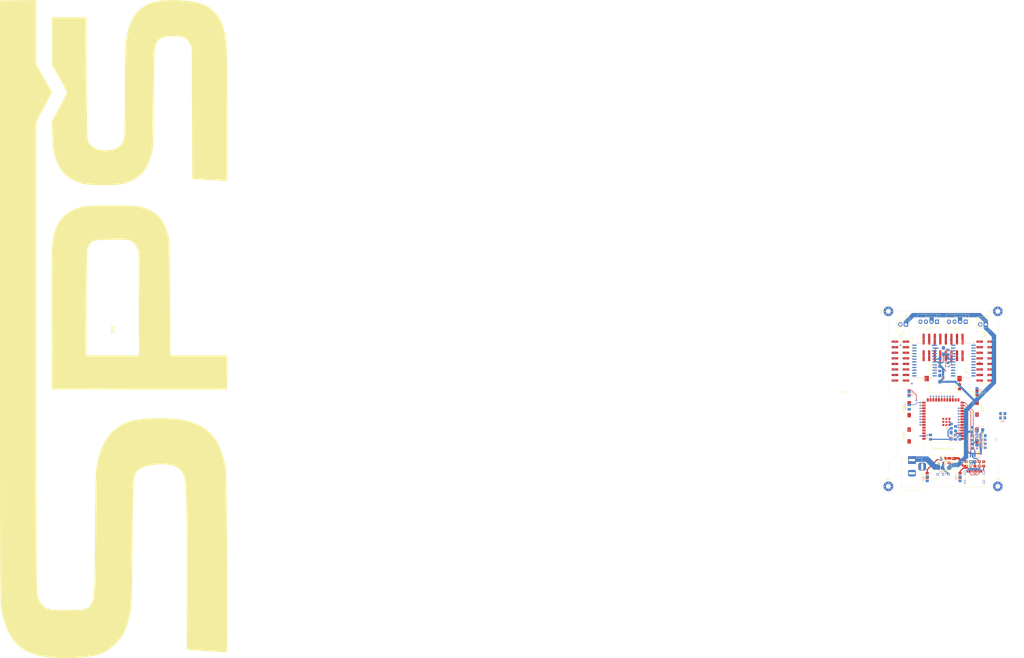
<source format=kicad_pcb>
(kicad_pcb (version 20241229) (generator "pcbnew") (generator_version "9.0")
  (layers (0 "F.Cu" signal "Front.Cu") (4 "In1.Cu" power) (6 "In2.Cu" power) (2 "B.Cu" signal "Back.Cu") (13 "F.Paste" user) (15 "B.Paste" user) (5 "F.SilkS" user "F.Silkscreen") (7 "B.SilkS" user "B.Silkscreen") (1 "F.Mask" user "F.SolderMask") (3 "B.Mask" user "B.SolderMask") (25 "Edge.Cuts" user))
  (net 0 "")
  (net 1 "GND")
  (net 2 "VBUS 5V")
  (net 3 "+5V")
  (net 4 "EN")
  (net 5 "+3V3")
  (net 6 "/CONNECTORS/SHLD")
  (net 7 "BOOT")
  (net 8 "LED_IO_21")
  (net 9 "LED_IO_14")
  (net 10 "FB")
  (net 11 "Net-(IC1-SW)")
  (net 12 "VOUT")
  (net 13 "VBATT")
  (net 14 "D+ IN")
  (net 15 "SDA")
  (net 16 "SCL")
  (net 17 "Net-(D6-A)")
  (net 18 "D- IN")
  (net 19 "D+")
  (net 20 "D-")
  (net 21 "R2")
  (net 22 "CLK")
  (net 23 "R1")
  (net 24 "B2")
  (net 25 "CLK1")
  (net 26 "B1")
  (net 27 "OE1")
  (net 28 "LAT1")
  (net 29 "G2")
  (net 30 "G1")
  (net 31 "unconnected-(U1-IO36-Pad29)")
  (net 32 "unconnected-(U1-IO47-Pad24)")
  (net 33 "unconnected-(U1-IO21-Pad23)")
  (net 34 "unconnected-(U1-IO18-Pad11)")
  (net 35 "unconnected-(U1-IO48-Pad25)")
  (net 36 "BZ_IO02")
  (net 37 "Net-(BZ1-+)")
  (net 38 "Net-(R18-Pad2)")
  (net 39 "Net-(R19-Pad2)")
  (net 40 "Net-(U3-ISET)")
  (net 41 "Net-(U4-ISET)")
  (net 42 "unconnected-(U1-IO14-Pad22)")
  (net 45 "unconnected-(U1-IO12-Pad20)")
  (net 46 "unconnected-(U1-IO11-Pad19)")
  (net 48 "unconnected-(U1-IO9-Pad17)")
  (net 49 "unconnected-(U1-IO10-Pad18)")
  (net 51 "unconnected-(U1-IO42-Pad35)")
  (net 53 "unconnected-(U1-IO13-Pad21)")
  (net 54 "ROW_3_A")
  (net 55 "~{CS0}")
  (net 56 "ROW_6_A")
  (net 57 "ROW_8_A")
  (net 58 "ROW_5_A")
  (net 59 "COL_5_A")
  (net 60 "COL_8_A")
  (net 61 "COL_7_A")
  (net 62 "ROW_2_A")
  (net 63 "COL_3_A")
  (net 64 "COL_1_A")
  (net 65 "ROW_7_A")
  (net 66 "COL_2_A")
  (net 67 "ROW_1_A")
  (net 68 "MOSI")
  (net 69 "ROW_4_A")
  (net 70 "COL_6_A")
  (net 71 "COL_4_A")
  (net 72 "DOUT")
  (net 73 "COL_3_B")
  (net 74 "COL_1_B")
  (net 75 "ROW_7_B")
  (net 76 "COL_5_B")
  (net 78 "ROW_3_B")
  (net 79 "ROW_6_B")
  (net 80 "ROW_8_B")
  (net 81 "COL_6_B")
  (net 82 "ROW_5_B")
  (net 83 "ROW_4_B")
  (net 84 "COL_4_B")
  (net 85 "ROW_1_B")
  (net 86 "ROW_2_B")
  (net 87 "COL_2_B")
  (net 88 "COL_7_B")
  (net 89 "COL_8_B")
  (net 94 "/POWER/FET_SW")
  (net 95 "BUTTON_IO_48")
  (net 96 "BUTTON_IO_47")
  (net 98 "TACHO1")
  (net 99 "PWM1")
  (net 100 "TACHO2")
  (net 101 "PWM2")
  (net 102 "D_A")
  (net 103 "B_A")
  (net 104 "C_A")
  (net 105 "A_A")
  (net 106 "unconnected-(U1-IO8-Pad12)")
  (net 107 "~{CS1}")
  (net 108 "unconnected-(U1-IO39-Pad32)")
  (net 109 "unconnected-(U1-IO38-Pad31)")
  (net 110 "unconnected-(U1-IO37-Pad30)")
  (net 111 "unconnected-(U1-IO40-Pad33)")
  (net 112 "unconnected-(U1-IO41-Pad34)")
  (net 114 "Net-(D4-K)")
  (net 115 "Net-(D3-K)")
  (net 116 "Net-(D2-K)")
  (net 117 "Net-(D1-K)")
  (footprint "Resistor_SMD:R_0805_2012Metric_Pad1.20x1.40mm_HandSolder" (layer "F.Cu") (at 79.8 103 90)
    (property "Reference" "R18")
    (property "Value" "15R")
  )
  (footprint "Capacitor_SMD:C_0805_2012Metric_Pad1.18x1.45mm_HandSolder" (layer "F.Cu") (at 81.792 103 -90)
    (property "Reference" "C11")
    (property "Value" "100nF")
  )
  (footprint "TestPoint:TestPoint_Pad_D1.0mm" (layer "F.Cu") (at 84.25 70.25 90)
    (property "Reference" "TP7")
    (property "Value" "TestPoint")
  )
  (footprint "sumec_brd:SW_SPST_EVQPE1" (layer "F.Cu") (at 49.75 77.978 90)
    (property "Reference" "SW8")
    (property "Value" "SW_Push")
  )
  (footprint "sumec_brd:SW_SPST_EVQPE1" (layer "F.Cu") (at 49.75 90 90)
    (property "Reference" "SW6")
    (property "Value" "SW_Push")
  )
  (footprint "sumec_brd:HRO_TYPE-C-31-M-12" (layer "F.Cu") (at 79.55 111.1625)
    (property "Reference" "J5")
    (property "Value" "USB_TypeC" (hide yes))
  )
  (footprint "sumec_graphic:SPS_LOGO_IMG" (layer "F.Cu") (at -314.144286 41.565518 90)
    (property "Reference" "TP1")
    (property "Value" "TestPoint" (hide yes))
  )
  (footprint "Connector_PinSocket_2.54mm:PinSocket_2x08_P2.54mm_Vertical_SMD" (layer "F.Cu") (at 45.75 56)
    (property "Reference" "J9")
    (property "Value" "Conn_02x08_Odd_Even")
  )
  (footprint "MountingHole:MountingHole_2.2mm_M2_Pad_Via" (layer "F.Cu") (at 90.25 113.25)
    (property "Reference" "H3")
    (property "Value" "Mounting Hole M2" (hide yes))
  )
  (footprint "Diode_SMD:D_1206_3216Metric_Pad1.42x1.75mm_HandSolder" (layer "F.Cu") (at 66.5 104.75 180)
    (property "Reference" "D6")
    (property "Value" "D_Schottky")
  )
  (footprint "Diode_SMD:D_1206_3216Metric_Pad1.42x1.75mm_HandSolder" (layer "F.Cu") (at 70.25 102 90)
    (property "Reference" "D7")
    (property "Value" "D_Schottky")
  )
  (footprint "sumec_brd:Custom_SPDT_2.5_Switch" (layer "F.Cu") (at 65.25 107.75 -90)
    (property "Reference" "SW1")
    (property "Value" "SW_DPDT_x2" (hide yes))
  )
  (footprint "LED_SMD:LED_0805_2012Metric_Pad1.15x1.40mm_HandSolder" (layer "F.Cu") (at 49.75 70.5 90)
    (property "Reference" "D3")
    (property "Value" "LED")
  )
  (footprint "sumec_brd:SW_SPST_EVQPE1" (layer "F.Cu") (at 80.75 77.75 -90)
    (property "Reference" "SW7")
    (property "Value" "SW_Push")
  )
  (footprint "Connector_BarrelJack:BarrelJack_Horizontal" (layer "F.Cu") (at 51 101.25 90)
    (property "Reference" "J1")
    (property "Value" "Barrel_Jack")
  )
  (footprint "Resistor_SMD:R_0805_2012Metric_Pad1.20x1.40mm_HandSolder" (layer "F.Cu") (at 77.9 103 90)
    (property "Reference" "R19")
    (property "Value" "15R")
  )
  (footprint "Connector:FanPinHeader_1x04_P2.54mm_Vertical" (layer "F.Cu") (at 75.58 38 180)
    (property "Reference" "M2")
    (property "Value" "Fan_4pin")
  )
  (footprint "TerminalBlock:TerminalBlock_Xinya_XY308-2.54-2P_1x02_P2.54mm_Horizontal" (layer "F.Cu") (at 48.25 39.25 180)
    (property "Reference" "J4")
    (property "Value" "Screw_Terminal_01x02")
  )
  (footprint "MountingHole:MountingHole_2.2mm_M2_Pad_Via" (layer "F.Cu") (at 40.25 33.25 90)
    (property "Reference" "H2")
    (property "Value" "Mounting Hole M2")
  )
  (footprint "Resistor_SMD:R_0805_2012Metric_Pad1.20x1.40mm_HandSolder" (layer "F.Cu") (at 72.75 67.75 90)
    (property "Reference" "R8")
    (property "Value" "0R")
  )
  (footprint "Package_TO_SOT_SMD:SOT-23-3" (layer "F.Cu") (at 65.25 101.5 -90)
    (property "Reference" "Q1")
    (property "Value" "Q_PMOS")
  )
  (footprint "Connector:FanPinHeader_1x04_P2.54mm_Vertical" (layer "F.Cu") (at 62.5 38 180)
    (property "Reference" "M1")
    (property "Value" "Fan_4pin")
  )
  (footprint "MountingHole:MountingHole_2.2mm_M2_Pad_Via" (layer "F.Cu") (at 90.25 33.25 90)
    (property "Reference" "H1")
    (property "Value" "Mounting Hole M2")
  )
  (footprint "MountingHole:MountingHole_2.2mm_M2_Pad_Via" (layer "F.Cu") (at 40.25 113.25)
    (property "Reference" "H4")
    (property "Value" "Mounting Hole M2")
  )
  (footprint "PCM_Espressif:ESP32-S3-WROOM-1" (layer "F.Cu") (at 65.25 83.25 180)
    (property "Reference" "U1")
    (property "Value" "ESP32-S3-WROOM-1")
  )
  (footprint "LED_SMD:LED_0805_2012Metric_Pad1.15x1.40mm_HandSolder" (layer "F.Cu") (at 80.75 70.5 90)
    (property "Reference" "D4")
    (property "Value" "LED")
  )
  (footprint "Capacitor_SMD:C_0805_2012Metric_Pad1.18x1.45mm_HandSolder" (layer "F.Cu") (at 75.9 103 90)
    (property "Reference" "C12")
    (property "Value" "100nF")
  )
  (footprint "Resistor_SMD:R_0805_2012Metric_Pad1.20x1.40mm_HandSolder" (layer "F.Cu") (at 83.792 103 90)
    (property "Reference" "R17")
    (property "Value" "100k")
  )
  (footprint "Connector_IDC:IDC-Header_2x08_P2.54mm_Vertical_SMD" (layer "F.Cu") (at 65.25 49.75 90)
    (property "Reference" "J3")
    (property "Value" "Conn_02x08_Odd_Even" (hide yes))
  )
  (footprint "sumec_brd:SW_SPST_EVQPE1" (layer "F.Cu") (at 80.75 90 -90)
    (property "Reference" "SW5")
    (property "Value" "SW_Push")
  )
  (footprint "Schrack_brd:BUZZER_CUI_CPT" (layer "F.Cu") (at 65.25 64 -90)
    (property "Reference" "BZ1")
    (property "Value" "Buzzer")
  )
  (footprint "TestPoint:TestPoint_Pad_D1.0mm" (layer "F.Cu") (at 82.5 98.25 90)
    (property "Reference" "TP8")
    (property "Value" "TestPoint")
  )
  (footprint "Connector_PinSocket_2.54mm:PinSocket_2x08_P2.54mm_Vertical_SMD" (layer "F.Cu") (at 84.5 56)
    (property "Reference" "J8")
    (property "Value" "Conn_02x08_Odd_Even")
  )
  (footprint "TerminalBlock:TerminalBlock_Xinya_XY308-2.54-2P_1x02_P2.54mm_Horizontal" (layer "F.Cu") (at 84.79 39.25 180)
    (property "Reference" "J2")
    (property "Value" "Screw_Terminal_01x02")
  )
  (footprint "LED_SMD:LED_0805_2012Metric_Pad1.15x1.40mm_HandSolder" (layer "F.Cu") (at 58 108.25 90)
    (property "Reference" "D2")
    (property "Value" "LED")
  )
  (footprint "Resistor_SMD:R_0805_2012Metric_Pad1.20x1.40mm_HandSolder" (layer "F.Cu") (at 68 101.5 -90)
    (property "Reference" "R13")
    (property "Value" "10k")
  )
  (footprint "LED_SMD:LED_0805_2012Metric_Pad1.15x1.40mm_HandSolder" (layer "F.Cu") (at 73 108.25 90)
    (property "Reference" "D1")
    (property "Value" "LED")
  )
  (footprint "Resistor_SMD:R_0805_2012Metric_Pad1.20x1.40mm_HandSolder" (layer "B.Cu") (at 80.75 69.5 90)
    (property "Reference" "R4")
    (property "Value" "220R")
  )
  (footprint "Resistor_SMD:R_0805_2012Metric_Pad1.20x1.40mm_HandSolder" (layer "B.Cu") (at 63.75 55.75 90)
    (property "Reference" "R22")
    (property "Value" "10k")
  )
  (footprint "Capacitor_SMD:C_0805_2012Metric_Pad1.18x1.45mm_HandSolder" (layer "B.Cu") (at 73 90.75 -90)
    (property "Reference" "C2")
    (property "Value" "100nF")
  )
  (footprint "Package_TO_SOT_SMD:SOT-563" (layer "B.Cu") (at 80.625 90.3 -90)
    (property "Reference" "IC1")
    (property "Value" "TPS565242DRLR")
  )
  (footprint "Package_SO:SOP-24_7.5x15.4mm_P1.27mm" (layer "B.Cu") (at 74.5 55.75 180)
    (property "Reference" "U3")
    (property "Value" "MAX7219")
  )
  (footprint "Capacitor_Tantalum_SMD:CP_EIA-2012-12_Kemet-R_Pad1.30x1.05mm_HandSolder" (layer "B.Cu") (at 83.525 93.8)
    (property "Reference" "C8")
    (property "Value" "22uF")
  )
  (footprint "Capacitor_SMD:C_0805_2012Metric_Pad1.18x1.45mm_HandSolder" (layer "B.Cu") (at 63.75 59.5 -90)
    (property "Reference" "C18")
    (property "Value" "100nF")
  )
  (footprint "Resistor_SMD:R_0805_2012Metric_Pad1.20x1.40mm_HandSolder" (layer "B.Cu") (at 92.5 80)
    (property "Reference" "R7")
    (property "Value" "10k")
  )
  (footprint "Capacitor_SMD:C_0805_2012Metric_Pad1.18x1.45mm_HandSolder" (layer "B.Cu") (at 78.625 91.15 -90)
    (property "Reference" "C6")
    (property "Value" "100nF")
  )
  (footprint "Capacitor_Tantalum_SMD:CP_EIA-3216-18_Kemet-A_Pad1.58x1.35mm_HandSolder" (layer "B.Cu") (at 65.4 51.4 90)
    (property "Reference" "C17")
    (property "Value" "10uF")
  )
  (footprint "Capacitor_Tantalum_SMD:CP_EIA-2012-12_Kemet-R_Pad1.30x1.05mm_HandSolder" (layer "B.Cu") (at 78.625 87.3 90)
    (property "Reference" "C5")
    (property "Value" "22uF")
  )
  (footprint "Capacitor_SMD:C_0805_2012Metric_Pad1.18x1.45mm_HandSolder" (layer "B.Cu") (at 49.75 77 -90)
    (property "Reference" "C14")
    (property "Value" "100nF")
  )
  (footprint "Resistor_SMD:R_0805_2012Metric_Pad1.20x1.40mm_HandSolder" (layer "B.Cu") (at 67.5 55.75 -90)
    (property "Reference" "R21")
    (property "Value" "10k")
  )
  (footprint "Capacitor_SMD:C_0805_2012Metric_Pad1.18x1.45mm_HandSolder" (layer "B.Cu") (at 71 86.9 90)
    (property "Reference" "C13")
    (property "Value" "100nF")
  )
  (footprint "Resistor_SMD:R_0805_2012Metric_Pad1.20x1.40mm_HandSolder" (layer "B.Cu") (at 80.625 93.4 90)
    (property "Reference" "R15")
    (property "Value" "45k")
  )
  (footprint "Capacitor_Tantalum_SMD:CP_EIA-3216-18_Kemet-A_Pad1.58x1.35mm_HandSolder" (layer "B.Cu") (at 68.9 90.1 90)
    (property "Reference" "C1")
    (property "Value" "10uF")
  )
  (footprint "Capacitor_SMD:C_0805_2012Metric_Pad1.18x1.45mm_HandSolder" (layer "B.Cu") (at 83.525 90.1)
    (property "Reference" "C10")
    (property "Value" "100nF")
  )
  (footprint "Package_SO:SOP-24_7.5x15.4mm_P1.27mm" (layer "B.Cu") (at 56.75 55.75)
    (property "Reference" "U4")
    (property "Value" "MAX7219")
  )
  (footprint "Resistor_SMD:R_0805_2012Metric_Pad1.20x1.40mm_HandSolder" (layer "B.Cu") (at 59.5 90.75 -90)
    (property "Reference" "R5")
    (property "Value" "10k")
  )
  (footprint "Capacitor_Tantalum_SMD:CP_EIA-2012-12_Kemet-R_Pad1.30x1.05mm_HandSolder" (layer "B.Cu") (at 83.525 95.6)
    (property "Reference" "C7")
    (property "Value" "22uF")
  )
  (footprint "Resistor_SMD:R_0805_2012Metric_Pad1.20x1.40mm_HandSolder" (layer "B.Cu") (at 73 109.75 -90)
    (property "Reference" "R1")
    (property "Value" "560R")
  )
  (footprint "Capacitor_SMD:C_0805_2012Metric_Pad1.18x1.45mm_HandSolder" (layer "B.Cu") (at 67.5 52 90)
    (property "Reference" "C16")
    (property "Value" "100nF")
  )
  (footprint "Inductor_SMD:L_Vishay_IHLP-1212" (layer "B.Cu") (at 81.975 87.3)
    (property "Reference" "L1")
    (property "Value" "1.5uH")
  )
  (footprint "Resistor_SMD:R_0805_2012Metric_Pad1.20x1.40mm_HandSolder" (layer "B.Cu") (at 92.5 81.95)
    (property "Reference" "R6")
    (property "Value" "10k")
  )
  (footprint "Capacitor_Tantalum_SMD:CP_EIA-3216-18_Kemet-A_Pad1.58x1.35mm_HandSolder" (layer "B.Cu") (at 63.75 64 90)
    (property "Reference" "C15")
    (property "Value" "10uF")
  )
  (footprint "Resistor_SMD:R_0805_2012Metric_Pad1.20x1.40mm_HandSolder" (layer "B.Cu") (at 64.3 105.1125)
    (property "Reference" "R9")
    (property "Value" "10k")
  )
  (footprint "Capacitor_Tantalum_SMD:CP_EIA-2012-12_Kemet-R_Pad1.30x1.05mm_HandSolder" (layer "B.Cu") (at 83.525 92)
    (property "Reference" "C9")
    (property "Value" "22uF")
  )
  (footprint "Resistor_SMD:R_0805_2012Metric_Pad1.20x1.40mm_HandSolder" (layer "B.Cu") (at 69 85.75 -90)
    (property "Reference" "R10")
    (property "Value" "10k")
  )
  (footprint "Resistor_SMD:R_0805_2012Metric_Pad1.20x1.40mm_HandSolder" (layer "B.Cu") (at 58 109.75 -90)
    (property "Reference" "R2")
    (property "Value" "560R")
  )
  (footprint "Package_TO_SOT_SMD:TSOT-23-6_HandSoldering" (layer "B.Cu") (at 78.8 100.6 90)
    (property "Reference" "U2")
    (property "Value" "USBLC6-2SC6")
  )
  (footprint "Resistor_SMD:R_0805_2012Metric_Pad1.20x1.40mm_HandSolder" (layer "B.Cu") (at 49.75 71 90)
    (property "Reference" "R3")
    (property "Value" "220R")
  )
  (footprint "Package_TO_SOT_SMD:SOT-23-3" (layer "B.Cu") (at 64.3 102.1125 90)
    (property "Reference" "Q2")
    (property "Value" "Q_PMOS")
  )
  (footprint "Resistor_SMD:R_0805_2012Metric_Pad1.20x1.40mm_HandSolder" (layer "B.Cu") (at 78.725 94.9 -90)
    (property "Reference" "R16")
    (property "Value" "10k")
  )
  (footprint "Resistor_SMD:R_0805_2012Metric_Pad1.20x1.40mm_HandSolder" (layer "B.Cu") (at 71 90.75 -90)
    (property "Reference" "R20")
    (property "Value" "10k")
  )
  (gr_poly (pts (xy 80.78 89.6) (xy 80.78 89) (xy 81.38 88.4) (xy 79.88 88.4) (xy 80.48 89) (xy 80.48 89.6)) (stroke (width 0.01)) (fill yes) (layer "B.Cu") (net 11))
  (gr_rect (start 79.88 86.9) (end 81.38 88.4) (stroke (width 0.01)) (fill yes) (layer "B.Cu") (net 11))
  (gr_line (start 90.25 37.5) (end 93.5 34.25) (stroke (width 0.05)) (layer "Edge.Cuts"))
  (gr_line (start 44.5 33.25) (end 86 33.25) (stroke (width 0.05)) (layer "Edge.Cuts"))
  (gr_line (start 91.25 30) (end 89.25 30) (stroke (width 0.05)) (layer "Edge.Cuts"))
  (gr_line (start 90.25 37.5) (end 90.25 69) (stroke (width 0.05)) (layer "Edge.Cuts"))
  (gr_line (start 39.25 116.5) (end 37 114.25) (stroke (width 0.05)) (layer "Edge.Cuts"))
  (gr_line (start 40.25 109) (end 37 112.25) (stroke (width 0.05)) (layer "Edge.Cuts"))
  (gr_line (start 44.5 113.25) (end 41.25 116.5) (stroke (width 0.05)) (layer "Edge.Cuts"))
  (gr_line (start 86 73.25) (end 86 98.25) (stroke (width 0.05)) (layer "Edge.Cuts"))
  (gr_line (start 90.25 109) (end 93.5 112.25) (stroke (width 0.05)) (layer "Edge.Cuts"))
  (gr_line (start 93.5 114.25) (end 91.25 116.5) (stroke (width 0.05)) (layer "Edge.Cuts"))
  (gr_line (start 37 32.25) (end 37 34.25) (stroke (width 0.05)) (layer "Edge.Cuts"))
  (gr_line (start 40.25 69) (end 40.25 37.5) (stroke (width 0.05)) (layer "Edge.Cuts"))
  (gr_line (start 86 33.25) (end 89.25 30) (stroke (width 0.05)) (layer "Edge.Cuts"))
  (gr_line (start 93.5 114.25) (end 93.5 112.25) (stroke (width 0.05)) (layer "Edge.Cuts"))
  (gr_line (start 39.25 116.5) (end 41.25 116.5) (stroke (width 0.05)) (layer "Edge.Cuts"))
  (gr_line (start 40.25 69) (end 44.5 73.25) (stroke (width 0.05)) (layer "Edge.Cuts"))
  (gr_line (start 44.5 98.25) (end 40.25 102.5) (stroke (width 0.05)) (layer "Edge.Cuts"))
  (gr_line (start 40.25 37.5) (end 37 34.25) (stroke (width 0.05)) (layer "Edge.Cuts"))
  (gr_line (start 90.25 69) (end 86 73.25) (stroke (width 0.05)) (layer "Edge.Cuts"))
  (gr_line (start 40.25 109) (end 40.25 102.5) (stroke (width 0.05)) (layer "Edge.Cuts"))
  (gr_line (start 91.25 30) (end 93.5 32.25) (stroke (width 0.05)) (layer "Edge.Cuts"))
  (gr_line (start 90.25 102.5) (end 90.25 109) (stroke (width 0.05)) (layer "Edge.Cuts"))
  (gr_line (start 37 32.25) (end 39.25 30) (stroke (width 0.05)) (layer "Edge.Cuts"))
  (gr_line (start 93.5 32.25) (end 93.5 34.25) (stroke (width 0.05)) (layer "Edge.Cuts"))
  (gr_line (start 44.5 113.25) (end 86 113.25) (stroke (width 0.05)) (layer "Edge.Cuts"))
  (gr_line (start 86 98.25) (end 90.25 102.5) (stroke (width 0.05)) (layer "Edge.Cuts"))
  (gr_line (start 44.5 73.25) (end 44.5 98.25) (stroke (width 0.05)) (layer "Edge.Cuts"))
  (gr_line (start 86 113.25) (end 89.25 116.5) (stroke (width 0.05)) (layer "Edge.Cuts"))
  (gr_line (start 37 114.25) (end 37 112.25) (stroke (width 0.05)) (layer "Edge.Cuts"))
  (gr_line (start 91.25 116.5) (end 89.25 116.5) (stroke (width 0.05)) (layer "Edge.Cuts"))
  (gr_line (start 39.25 30) (end 41.25 30) (stroke (width 0.05)) (layer "Edge.Cuts"))
  (gr_line (start 44.5 33.25) (end 41.25 30) (stroke (width 0.05)) (layer "Edge.Cuts"))
  (segment (start 82.892229 105.768339) (end 82.892229 106.180271) (width 0.5) (layer "F.Cu") (net 1))
  (segment (start 82.892229 106.180271) (end 82.75 106.3225) (width 0.5) (layer "F.Cu") (net 1))
  (segment (start 82.8 106.4) (end 82.8 106.3725) (width 0.5) (layer "F.Cu") (net 1))
  (segment (start 82.8 106.3725) (end 82.75 106.3225) (width 0.5) (layer "F.Cu") (net 1))
  (via (at 76.2 105.8) (size 0.6) (drill 0.25) (layers "F.Cu" "B.Cu") (net 1))
  (via (at 82.892229 105.768339) (size 0.6) (drill 0.25) (layers "F.Cu" "B.Cu") (net 1))
  (via (at 81.125862 90.249609) (size 0.5) (drill 0.2) (layers "F.Cu" "B.Cu") (net 1))
  (segment (start 81.125 91.0125) (end 81.125 89.5875) (width 0.2) (layer "B.Cu") (net 1))
  (segment (start 81.125 90.248747) (end 81.125862 90.249609) (width 0.25) (layer "B.Cu") (net 1))
  (segment (start 81.125 89.5875) (end 81.125 90.248747) (width 0.25) (layer "B.Cu") (net 1))
  (segment (start 77.101 106.101) (end 77.15 106.15) (width 0.5) (layer "F.Cu") (net 2))
  (segment (start 69.7625 100.5) (end 68 100.5) (width 1) (layer "F.Cu") (net 2))
  (segment (start 77.15 106.3225) (end 77.15 105.43337) (width 0.5) (layer "F.Cu") (net 2))
  (segment (start 68 100.5) (end 66.3375 100.5) (width 1) (layer "F.Cu") (net 2))
  (segment (start 76 105) (end 76.699 105) (width 0.5) (layer "F.Cu") (net 2))
  (segment (start 75.9 104.0375) (end 75.9 104.1) (width 0.5) (layer "F.Cu") (net 2))
  (segment (start 75.9 104.0375) (end 75.9 104.699) (width 1) (layer "F.Cu") (net 2))
  (segment (start 76 105) (end 74.4 105) (width 0.5) (layer "F.Cu") (net 2))
  (segment (start 75.9 104.0375) (end 74.5875 104.0375) (width 1) (layer "F.Cu") (net 2))
  (segment (start 73 107) (end 73 107.225) (width 0.5) (layer "F.Cu") (net 2))
  (segment (start 73 106.4) (end 73 107.225) (width 0.5) (layer "F.Cu") (net 2))
  (segment (start 72.3 100.4) (end 70.3875 100.4) (width 1) (layer "F.Cu") (net 2))
  (segment (start 77.101 105.402) (end 77.101 106.101) (width 0.5) (layer "F.Cu") (net 2))
  (segment (start 77.324 107.119781) (end 77.324 106.4965) (width 0.25) (layer "F.Cu") (net 2))
  (segment (start 77.15 105.43337) (end 77.150001 105.433369) (width 0.5) (layer "F.Cu") (net 2))
  (segment (start 76.699 105) (end 77.101 105.402) (width 0.5) (layer "F.Cu") (net 2))
  (segment (start 75.75 104.0375) (end 75.75 104.75) (width 0.5) (layer "F.Cu") (net 2))
  (segment (start 81.95 106.3225) (end 81.95 105.433371) (width 0.45) (layer "F.Cu") (net 2))
  (segment (start 77.15 106.15) (end 77.15 106.3225) (width 0.5) (layer "F.Cu") (net 2))
  (segment (start 81.776 107.119781) (end 80.895781 108) (width 0.25) (layer "F.Cu") (net 2))
  (segment (start 80.895781 108) (end 78.204219 108) (width 0.25) (layer "F.Cu") (net 2))
  (segment (start 74.5875 104.0375) (end 73.5 102.95) (width 1) (layer "F.Cu") (net 2))
  (segment (start 81.95 105.433371) (end 81.949999 105.43337) (width 0.45) (layer "F.Cu") (net 2))
  (segment (start 81.95 106.35) (end 81.776 106.524) (width 0.25) (layer "F.Cu") (net 2))
  (segment (start 77.324 106.4965) (end 77.15 106.3225) (width 0.25) (layer "F.Cu") (net 2))
  (segment (start 81.776 106.524) (end 81.776 107.119781) (width 0.25) (layer "F.Cu") (net 2))
  (segment (start 73.5 101.6) (end 72.3 100.4) (width 1) (layer "F.Cu") (net 2))
  (segment (start 73.5 102.95) (end 73.5 101.6) (width 1) (layer "F.Cu") (net 2))
  (segment (start 78.204219 108) (end 77.324 107.119781) (width 0.25) (layer "F.Cu") (net 2))
  (segment (start 74.4 105) (end 73 106.4) (width 0.5) (layer "F.Cu") (net 2))
  (segment (start 81.95 106.3225) (end 81.95 106.35) (width 0.25) (layer "F.Cu") (net 2))
  (via (at 77.150001 105.433369) (size 0.7) (drill 0.3) (layers "F.Cu" "B.Cu") (net 2))
  (via (at 81.949999 105.43337) (size 0.7) (drill 0.3) (layers "F.Cu" "B.Cu") (net 2))
  (segment (start 79.410001 100.5) (end 80.5 100.5) (width 0.5) (layer "B.Cu") (net 2))
  (segment (start 81.949999 101.949999) (end 81.949999 105.43337) (width 0.5) (layer "B.Cu") (net 2))
  (segment (start 77.150002 105.43337) (end 77.150001 105.433369) (width 1) (layer "B.Cu") (net 2))
  (segment (start 80.5 100.5) (end 81.949999 101.949999) (width 0.5) (layer "B.Cu") (net 2))
  (segment (start 78.8 98.89) (end 78.8 99.889999) (width 0.5) (layer "B.Cu") (net 2))
  (segment (start 78.8 99.889999) (end 79.410001 100.5) (width 0.5) (layer "B.Cu") (net 2))
  (segment (start 81.949999 105.43337) (end 77.150002 105.43337) (width 1) (layer "B.Cu") (net 2))
  (via (at 68.4 104.7) (size 0.7) (drill 0.3) (layers "F.Cu" "B.Cu") (net 3))
  (via (at 67.7 104.3) (size 0.7) (drill 0.3) (layers "F.Cu" "B.Cu") (net 3))
  (via (at 70.7 103.5) (size 0.7) (drill 0.3) (layers "F.Cu" "B.Cu") (net 3))
  (via (at 70 104) (size 0.7) (drill 0.3) (layers "F.Cu" "B.Cu") (net 3))
  (via (at 84.25 70.25) (size 0.7) (drill 0.3) (layers "F.Cu" "B.Cu") (net 3))
  (via (at 67.7 105.2) (size 0.7) (drill 0.3) (layers "F.Cu" "B.Cu") (net 3))
  (via (at 70 103.1) (size 0.7) (drill 0.3) (layers "F.Cu" "B.Cu") (net 3))
  (segment (start 65.4 56.2) (end 64.85 56.75) (width 0.5) (layer "B.Cu") (net 3))
  (segment (start 68 104.8) (end 69.3 103.5) (width 2) (layer "B.Cu") (net 3))
  (segment (start 73 35) (end 60 35) (width 2) (layer "B.Cu") (net 3))
  (segment (start 65.4 52.8375) (end 65.4 56.2) (width 0.5) (layer "B.Cu") (net 3))
  (segment (start 67.865 55.115) (end 67.5 54.75) (width 0.5) (layer "B.Cu") (net 3))
  (segment (start 75.75 78.5) (end 75.75 88.3) (width 2) (layer "B.Cu") (net 3))
  (segment (start 64.2125 58.4625) (end 63.75 58.4625) (width 1) (layer "B.Cu") (net 3))
  (segment (start 84.79 40.79) (end 88.5 44.5) (width 2) (layer "B.Cu") (net 3))
  (segment (start 51.5 35) (end 48.25 38.25) (width 2) (layer "B.Cu") (net 3))
  (segment (start 67.3 52.8375) (end 67.5 53.0375) (width 0.5) (layer "B.Cu") (net 3))
  (segment (start 80.125 89.976848) (end 80.125 89.5875) (width 0.2) (layer "B.Cu") (net 3))
  (segment (start 78.625 88.275) (end 75.775 88.275) (width 1) (layer "B.Cu") (net 3))
  (segment (start 69.85 55.115) (end 67.865 55.115) (width 0.5) (layer "B.Cu") (net 3))
  (segment (start 61.4 56.385) (end 63.385 56.385) (width 0.5) (layer "B.Cu") (net 3))
  (segment (start 88.5 65.75) (end 75.75 78.5) (width 2) (layer "B.Cu") (net 3))
  (segment (start 63.385 56.385) (end 63.75 56.75) (width 0.5) (layer "B.Cu") (net 3))
  (segment (start 80.625 91.0125) (end 80.625 90.476848) (width 0.2) (layer "B.Cu") (net 3))
  (segment (start 64.85 56.75) (end 63.75 56.75) (width 0.5) (layer "B.Cu") (net 3))
  (segment (start 75.775 88.275) (end 75.75 88.3) (width 1) (layer "B.Cu") (net 3))
  (segment (start 78.625 90.1125) (end 78.625 88.275) (width 1) (layer "B.Cu") (net 3))
  (segment (start 65.25 59.5) (end 64.2125 58.4625) (width 1) (layer "B.Cu") (net 3))
  (segment (start 88.5 44.5) (end 88.5 65.75) (width 2) (layer "B.Cu") (net 3))
  (segment (start 65.25 63.9375) (end 65.25 59.5) (width 1) (layer "B.Cu") (net 3))
  (segment (start 67.5 53.0375) (end 67.5 54.75) (width 0.5) (layer "B.Cu") (net 3))
  (segment (start 80.625 90.476848) (end 80.125 89.976848) (width 0.2) (layer "B.Cu") (net 3))
  (segment (start 72 103.5) (end 75.75 99.75) (width 2) (layer "B.Cu") (net 3))
  (segment (start 82 35) (end 73 35) (width 2) (layer "B.Cu") (net 3))
  (segment (start 73 35) (end 73 37.96) (width 2) (layer "B.Cu") (net 3))
  (segment (start 69.3 103.5) (end 72 103.5) (width 2) (layer "B.Cu") (net 3))
  (segment (start 65.4 52.8375) (end 67.3 52.8375) (width 0.5) (layer "B.Cu") (net 3))
  (segment (start 70.9375 65.4375) (end 63.75 65.4375) (width 1) (layer "B.Cu") (net 3))
  (segment (start 84.79 39.25) (end 84.79 37.79) (width 2) (layer "B.Cu") (net 3))
  (segment (start 48.25 38.25) (end 48.25 39.25) (width 2) (layer "B.Cu") (net 3))
  (segment (start 73 37.96) (end 73.04 38) (width 2) (layer "B.Cu") (net 3))
  (segment (start 84.79 39.25) (end 84.79 40.79) (width 2) (layer "B.Cu") (net 3))
  (segment (start 60 35) (end 60 37.96) (width 2) (layer "B.Cu") (net 3))
  (segment (start 79.875 74.375) (end 70.9375 65.4375) (width 1) (layer "B.Cu") (net 3))
  (segment (start 60 37.96) (end 59.96 38) (width 2) (layer "B.Cu") (net 3))
  (segment (start 60 35) (end 51.5 35) (width 2) (layer "B.Cu") (net 3))
  (segment (start 63.75 58.4625) (end 63.75 56.75) (width 1) (layer "B.Cu") (net 3))
  (segment (start 75.75 99.75) (end 75.75 88.3) (width 2) (layer "B.Cu") (net 3))
  (segment (start 63.75 65.4375) (end 65.25 63.9375) (width 1) (layer "B.Cu") (net 3))
  (segment (start 84.79 37.79) (end 82 35) (width 2) (layer "B.Cu") (net 3))
  (segment (start 71.73 88.97) (end 74 88.97) (width 0.5) (layer "F.Cu") (net 4))
  (segment (start 71.136 89.564) (end 71.73 88.97) (width 0.5) (layer "F.Cu") (net 4))
  (segment (start 80.75 92.7) (end 80.75 96) (width 0.25) (layer "F.Cu") (net 4))
  (via (at 80.75 96) (size 0.7) (drill 0.3) (layers "F.Cu" "B.Cu") (net 4))
  (via (at 71.136 89.564) (size 0.7) (drill 0.3) (layers "F.Cu" "B.Cu") (net 4))
  (segment (start 71 87.9375) (end 71 89.75) (width 0.25) (layer "B.Cu") (net 4))
  (segment (start 71.136 89.564) (end 71 89.7) (width 0.5) (layer "B.Cu") (net 4))
  (segment (start 71 89.7) (end 71 89.75) (width 0.5) (layer "B.Cu") (net 4))
  (segment (start 75.25 90.25) (end 76.25 91.25) (width 0.5) (layer "F.Cu") (net 5))
  (segment (start 76.25 97) (end 77.5 98.25) (width 0.5) (layer "F.Cu") (net 5))
  (segment (start 74.01 90.25) (end 75.25 90.25) (width 0.5) (layer "F.Cu") (net 5))
  (segment (start 74 90.24) (end 74.01 90.25) (width 0.5) (layer "F.Cu") (net 5))
  (segment (start 73.25 90.24) (end 74 90.24) (width 0.5) (layer "F.Cu") (net 5))
  (segment (start 76.25 91.25) (end 76.25 97) (width 0.5) (layer "F.Cu") (net 5))
  (segment (start 77.5 98.25) (end 80.75 98.25) (width 0.5) (layer "F.Cu") (net 5))
  (segment (start 80.75 98.25) (end 82.5 98.25) (width 0.5) (layer "F.Cu") (net 5))
  (via (at 73.25 90.24) (size 0.7) (drill 0.3) (layers "F.Cu" "B.Cu") (net 5))
  (via (at 82.5 98.25) (size 0.7) (drill 0.3) (layers "F.Cu" "B.Cu") (net 5))
  (segment (start 82.4875 95.5375) (end 82.55 95.6) (width 1) (layer "B.Cu") (net 5))
  (segment (start 82.4875 94.5) (end 82.4875 95.5375) (width 1) (layer "B.Cu") (net 5))
  (segment (start 67.5 90.1375) (end 68.9 91.5375) (width 0.5) (layer "B.Cu") (net 5))
  (segment (start 82.4875 89.3125) (end 83.3 88.5) (width 1) (layer "B.Cu") (net 5))
  (segment (start 71 91.75) (end 69.1125 91.75) (width 0.5) (layer "B.Cu") (net 5))
  (segment (start 82.4875 90.1) (end 82.4875 89.3125) (width 1) (layer "B.Cu") (net 5))
  (segment (start 82.3875 94.4) (end 82.4875 94.5) (width 1) (layer "B.Cu") (net 5))
  (segment (start 69 86.75) (end 68.675854 86.75) (width 0.5) (layer "B.Cu") (net 5))
  (segment (start 73.25 90.24) (end 73.25 89.9625) (width 0.5) (layer "B.Cu") (net 5))
  (segment (start 67.5 87.925854) (end 67.5 90.1375) (width 0.5) (layer "B.Cu") (net 5))
  (segment (start 80.625 94.4) (end 82.3875 94.4) (width 1) (layer "B.Cu") (net 5))
  (segment (start 68.6875 91.75) (end 59.5 91.75) (width 0.5) (layer "B.Cu") (net 5))
  (segment (start 71 91.75) (end 71 91.7125) (width 0.5) (layer "B.Cu") (net 5))
  (segment (start 83.3 88.5) (end 83.3 87.325) (width 1) (layer "B.Cu") (net 5))
  (segment (start 82.4875 90.1) (end 82.4875 94.5) (width 1) (layer "B.Cu") (net 5))
  (segment (start 71 91.7125) (end 72.4725 90.24) (width 0.5) (layer "B.Cu") (net 5))
  (segment (start 83.3 87.325) (end 83.325 87.3) (width 1) (layer "B.Cu") (net 5))
  (segment (start 82.5 98.25) (end 82.5 95.65) (width 1) (layer "B.Cu") (net 5))
  (segment (start 72.4725 90.24) (end 73.25 90.24) (width 0.5) (layer "B.Cu") (net 5))
  (segment (start 68.675854 86.75) (end 67.5 87.925854) (width 0.5) (layer "B.Cu") (net 5))
  (segment (start 68.9 91.5375) (end 68.6875 91.75) (width 0.5) (layer "B.Cu") (net 5))
  (segment (start 82.5 95.65) (end 82.55 95.6) (width 1) (layer "B.Cu") (net 5))
  (segment (start 69.1125 91.75) (end 68.9 91.5375) (width 0.5) (layer "B.Cu") (net 5))
  (segment (start 73.25 89.9625) (end 73 89.7125) (width 0.5) (layer "B.Cu") (net 5))
  (segment (start 83.792 104) (end 81.8295 104) (width 0.45) (layer "F.Cu") (net 6))
  (segment (start 81.8295 104) (end 81.792 104.0375) (width 0.45) (layer "F.Cu") (net 6))
  (segment (start 83.792 104) (end 83.792 106.9095) (width 0.45) (layer "F.Cu") (net 6))
  (segment (start 83.792 106.9095) (end 83.875 106.9925) (width 0.45) (layer "F.Cu") (net 6))
  (segment (start 56.550002 75.050002) (end 56.5 75) (width 0.25) (layer "F.Cu") (net 7))
  (segment (start 49.75 75.9625) (end 49.75 75.278) (width 0.25) (layer "F.Cu") (net 7))
  (segment (start 50.028 75) (end 49.75 75.278) (width 0.25) (layer "F.Cu") (net 7))
  (segment (start 56.5 75) (end 54.8 75) (width 0.25) (layer "F.Cu") (net 7))
  (via (at 49.75 75.9625) (size 0.7) (drill 0.3) (layers "F.Cu" "B.Cu") (net 7))
  (via (at 54.8 75) (size 0.7) (drill 0.3) (layers "F.Cu" "B.Cu") (net 7))
  (segment (start 53.4 75) (end 54.8 75) (width 0.25) (layer "B.Cu") (net 7))
  (segment (start 52.4375 75.9625) (end 53.4 75) (width 0.25) (layer "B.Cu") (net 7))
  (segment (start 49.75 75.9625) (end 52.4375 75.9625) (width 0.25) (layer "B.Cu") (net 7))
  (segment (start 49.75 69.475) (end 50.975 69.475) (width 0.25) (layer "F.Cu") (net 8))
  (segment (start 54.8 76.3) (end 56.5 76.3) (width 0.25) (layer "F.Cu") (net 8))
  (segment (start 50.975 69.475) (end 53 71.5) (width 0.25) (layer "F.Cu") (net 8))
  (segment (start 53 71.5) (end 53 74) (width 0.25) (layer "F.Cu") (net 8))
  (via (at 54.8 76.3) (size 0.7) (drill 0.3) (layers "F.Cu" "B.Cu") (net 8))
  (via (at 53 74) (size 0.7) (drill 0.3) (layers "F.Cu" "B.Cu") (net 8))
  (segment (start 72.3 80.1) (end 74 80.1) (width 0.25) (layer "F.Cu") (net 9))
  (via (at 72.3 80.1) (size 0.7) (drill 0.3) (layers "F.Cu" "B.Cu") (net 9))
  (segment (start 80.125 91.9) (end 80.625 92.4) (width 0.25) (layer "B.Cu") (net 10))
  (segment (start 80.375 92.4) (end 80.625 92.4) (width 0.5) (layer "B.Cu") (net 10))
  (segment (start 78.725 93.9) (end 78.875 93.9) (width 0.5) (layer "B.Cu") (net 10))
  (segment (start 78.875 93.9) (end 80.375 92.4) (width 0.5) (layer "B.Cu") (net 10))
  (segment (start 80.125 91.0125) (end 80.125 91.9) (width 0.25) (layer "B.Cu") (net 10))
  (segment (start 62.6 101) (end 63.9 101) (width 0.5) (layer "F.Cu") (net 12))
  (segment (start 58 105.6) (end 62.6 101) (width 0.5) (layer "F.Cu") (net 12))
  (segment (start 58 107.225) (end 58 105.6) (width 0.5) (layer "F.Cu") (net 12))
  (via (at 64.3 100.3) (size 0.7) (drill 0.3) (layers "F.Cu" "B.Cu") (net 12))
  (via (at 64.8 101) (size 0.7) (drill 0.3) (layers "F.Cu" "B.Cu") (net 12))
  (via (at 63.9 101) (size 0.7) (drill 0.3) (layers "F.Cu" "B.Cu") (net 12))
  (segment (start 61.5 104.4) (end 62.8 104.4) (width 2.54) (layer "B.Cu") (net 13))
  (segment (start 57.9 100.8) (end 61.5 104.4) (width 2.54) (layer "B.Cu") (net 13))
  (segment (start 51 101.25) (end 51.45 100.8) (width 2.54) (layer "B.Cu") (net 13))
  (segment (start 51.45 100.8) (end 57.9 100.8) (width 2.54) (layer "B.Cu") (net 13))
  (segment (start 80.3 106.3225) (end 80.3 104.5) (width 0.25) (layer "F.Cu") (net 14))
  (segment (start 80.3 106.3225) (end 80.3 107.2845) (width 0.25) (layer "F.Cu") (net 14))
  (segment (start 80.3 104.5) (end 79.8 104) (width 0.25) (layer "F.Cu") (net 14))
  (segment (start 80.3 107.2845) (end 80.0845 107.5) (width 0.25) (layer "F.Cu") (net 14))
  (segment (start 79.5155 107.5) (end 79.3 107.2845) (width 0.25) (layer "F.Cu") (net 14))
  (segment (start 79.3 107.2845) (end 79.3 106.3225) (width 0.25) (layer "F.Cu") (net 14))
  (segment (start 80.0845 107.5) (end 79.5155 107.5) (width 0.25) (layer "F.Cu") (net 14))
  (segment (start 78.6 105.1) (end 79.5395 105.1) (width 0.25) (layer "F.Cu") (net 18))
  (segment (start 79.8 105.3605) (end 79.8 106.3225) (width 0.25) (layer "F.Cu") (net 18))
  (segment (start 79.5395 105.1) (end 79.8 105.3605) (width 0.25) (layer "F.Cu") (net 18))
  (segment (start 78.8 106.3225) (end 78.8 105.1) (width 0.25) (layer "F.Cu") (net 18))
  (segment (start 78.25 105.1) (end 77.9 104.75) (width 0.25) (layer "F.Cu") (net 18))
  (segment (start 77.9 104.75) (end 77.9 104) (width 0.25) (layer "F.Cu") (net 18))
  (segment (start 79.782 106.3045) (end 79.8 106.3225) (width 0.25) (layer "F.Cu") (net 18))
  (segment (start 78.6 105.1) (end 78.25 105.1) (width 0.25) (layer "F.Cu") (net 18))
  (segment (start 79.75 96.5) (end 79 95.75) (width 0.25) (layer "F.Cu") (net 19))
  (segment (start 79 95.75) (end 79 78.75) (width 0.25) (layer "F.Cu") (net 19))
  (segment (start 75.25 75) (end 74 75) (width 0.25) (layer "F.Cu") (net 19))
  (segment (start 79 78.75) (end 75.25 75) (width 0.25) (layer "F.Cu") (net 19))
  (segment (start 79.75 97.25) (end 79.75 96.5) (width 0.25) (layer "F.Cu") (net 19))
  (via (at 79.75 97.25) (size 0.7) (drill 0.3) (layers "F.Cu" "B.Cu") (net 19))
  (segment (start 79.75 98.89) (end 79.75 97.25) (width 0.5) (layer "B.Cu") (net 19))
  (segment (start 77.85 97.325) (end 77.925 97.25) (width 0.25) (layer "F.Cu") (net 20))
  (segment (start 75.02 76.27) (end 74 76.27) (width 0.25) (layer "F.Cu") (net 20))
  (segment (start 77.925 79.175) (end 75.02 76.27) (width 0.25) (layer "F.Cu") (net 20))
  (segment (start 77.925 97.25) (end 77.925 79.175) (width 0.25) (layer "F.Cu") (net 20))
  (via (at 77.85 97.325) (size 0.7) (drill 0.3) (layers "F.Cu" "B.Cu") (net 20))
  (segment (start 77.85 97.325) (end 77.85 98.89) (width 0.5) (layer "B.Cu") (net 20))
  (segment (start 62.35 50.05) (end 61.44 50.96) (width 0.25) (layer "F.Cu") (net 21))
  (segment (start 61.44 50.96) (end 61.44 53.55) (width 0.25) (layer "F.Cu") (net 21))
  (segment (start 62.9 50.057042) (end 62.892958 50.05) (width 0.25) (layer "F.Cu") (net 21))
  (segment (start 62.892958 50.05) (end 62.35 50.05) (width 0.25) (layer "F.Cu") (net 21))
  (via (at 62.9 50.057042) (size 0.6) (drill 0.25) (layers "F.Cu" "B.Cu") (net 21))
  (via (at 60.4 48.75) (size 0.6) (drill 0.25) (layers "F.Cu" "B.Cu") (net 22))
  (via (at 69.85 62.735) (size 0.6) (drill 0.25) (layers "F.Cu" "B.Cu") (net 22))
  (via (at 56.36 53.55) (size 0.6) (drill 0.25) (layers "F.Cu" "B.Cu") (net 23))
  (segment (start 63.98 57.78) (end 63.98 53.55) (width 0.25) (layer "F.Cu") (net 24))
  (segment (start 66.25 60.5) (end 66.25 60.05) (width 0.25) (layer "F.Cu") (net 24))
  (segment (start 66.25 60.05) (end 63.98 57.78) (width 0.25) (layer "F.Cu") (net 24))
  (via (at 66.25 60.5) (size 0.6) (drill 0.25) (layers "F.Cu" "B.Cu") (net 24))
  (segment (start 71.6 53.55) (end 71.65 53.6) (width 0.25) (layer "F.Cu") (net 25))
  (segment (start 72.3 81.4) (end 74 81.4) (width 0.25) (layer "F.Cu") (net 25))
  (via (at 72.3 81.4) (size 0.7) (drill 0.3) (layers "F.Cu" "B.Cu") (net 25))
  (via (at 71.65 53.6) (size 0.6) (drill 0.25) (layers "F.Cu" "B.Cu") (net 25))
  (via (at 58.9 53.55) (size 0.6) (drill 0.25) (layers "F.Cu" "B.Cu") (net 26))
  (segment (start 74.25 53.7) (end 74.14 53.59) (width 0.25) (layer "F.Cu") (net 27))
  (segment (start 72.3 83.9) (end 74 83.9) (width 0.25) (layer "F.Cu") (net 27))
  (segment (start 74.14 53.59) (end 74.14 53.55) (width 0.25) (layer "F.Cu") (net 27))
  (via (at 74.25 53.7) (size 0.6) (drill 0.25) (layers "F.Cu" "B.Cu") (net 27))
  (via (at 72.3 83.9) (size 0.7) (drill 0.3) (layers "F.Cu" "B.Cu") (net 27))
  (segment (start 71.705965 45.95) (end 71.747018 45.991053) (width 0.25) (layer "F.Cu") (net 28))
  (segment (start 72.3 82.7) (end 74 82.7) (width 0.25) (layer "F.Cu") (net 28))
  (segment (start 71.6 45.95) (end 71.705965 45.95) (width 0.25) (layer "F.Cu") (net 28))
  (via (at 71.6 45.95) (size 0.6) (drill 0.25) (layers "F.Cu" "B.Cu") (net 28))
  (via (at 72.3 82.7) (size 0.7) (drill 0.3) (layers "F.Cu" "B.Cu") (net 28))
  (segment (start 61.45 45.95) (end 61.44 45.95) (width 0.25) (layer "F.Cu") (net 29))
  (segment (start 61.5 46) (end 61.45 45.95) (width 0.25) (layer "F.Cu") (net 29))
  (via (at 61.44 45.95) (size 0.6) (drill 0.25) (layers "F.Cu" "B.Cu") (net 29))
  (segment (start 56.45 45.95) (end 56.36 45.95) (width 0.25) (layer "F.Cu") (net 30))
  (segment (start 56.5 46) (end 56.45 45.95) (width 0.25) (layer "F.Cu") (net 30))
  (via (at 56.36 45.95) (size 0.6) (drill 0.25) (layers "F.Cu" "B.Cu") (net 30))
  (segment (start 54.8 77.6) (end 56.5 77.6) (width 0.25) (layer "F.Cu") (net 31))
  (via (at 54.8 77.6) (size 0.7) (drill 0.3) (layers "F.Cu" "B.Cu") (net 31))
  (segment (start 60.825 72.125) (end 60.825 73.825) (width 0.25) (layer "F.Cu") (net 32))
  (via (at 60.825 72.125) (size 0.7) (drill 0.3) (layers "F.Cu" "B.Cu") (net 32))
  (segment (start 62.125 72.125) (end 62.125 73.825) (width 0.25) (layer "F.Cu") (net 33))
  (via (at 62.125 72.125) (size 0.7) (drill 0.3) (layers "F.Cu" "B.Cu") (net 33))
  (segment (start 72.3 78.8) (end 74 78.8) (width 0.25) (layer "F.Cu") (net 34))
  (via (at 72.3 78.8) (size 0.7) (drill 0.3) (layers "F.Cu" "B.Cu") (net 34))
  (segment (start 59.525 72.125) (end 59.525 73.825) (width 0.25) (layer "F.Cu") (net 35))
  (via (at 59.525 72.125) (size 0.7) (drill 0.3) (layers "F.Cu" "B.Cu") (net 35))
  (segment (start 72.75 66.75) (end 72.75 64) (width 0.25) (layer "F.Cu") (net 37))
  (via (at 79.8 102) (size 0.7) (drill 0.3) (layers "F.Cu" "B.Cu") (net 38))
  (segment (start 79.75 102.05) (end 79.75 102.31) (width 0.25) (layer "B.Cu") (net 38))
  (segment (start 79.8 102) (end 79.75 102.05) (width 0.25) (layer "B.Cu") (net 38))
  (via (at 77.8 102) (size 0.7) (drill 0.3) (layers "F.Cu" "B.Cu") (net 39))
  (segment (start 77.85 102.31) (end 77.85 102.05) (width 0.25) (layer "B.Cu") (net 39))
  (segment (start 77.85 102.05) (end 77.8 102) (width 0.25) (layer "B.Cu") (net 39))
  (segment (start 69.85 56.385) (end 67.865 56.385) (width 0.5) (layer "B.Cu") (net 40))
  (segment (start 67.865 56.385) (end 67.5 56.75) (width 0.5) (layer "B.Cu") (net 40))
  (segment (start 61.4 55.115) (end 63.385 55.115) (width 0.5) (layer "B.Cu") (net 41))
  (segment (start 63.385 55.115) (end 63.75 54.75) (width 0.5) (layer "B.Cu") (net 41))
  (segment (start 63.325 72.125) (end 63.325 73.825) (width 0.25) (layer "F.Cu") (net 42))
  (via (at 63.325 72.125) (size 0.7) (drill 0.3) (layers "F.Cu" "B.Cu") (net 42))
  (segment (start 65.825 72.125) (end 65.825 73.825) (width 0.25) (layer "F.Cu") (net 45))
  (via (at 65.825 72.125) (size 0.7) (drill 0.3) (layers "F.Cu" "B.Cu") (net 45))
  (segment (start 67.125 72.125) (end 67.125 73.825) (width 0.25) (layer "F.Cu") (net 46))
  (via (at 67.125 72.125) (size 0.7) (drill 0.3) (layers "F.Cu" "B.Cu") (net 46))
  (segment (start 69.725 72.125) (end 69.725 73.825) (width 0.25) (layer "F.Cu") (net 48))
  (via (at 69.725 72.125) (size 0.7) (drill 0.3) (layers "F.Cu" "B.Cu") (net 48))
  (segment (start 68.425 72.125) (end 68.425 73.825) (width 0.25) (layer "F.Cu") (net 49))
  (via (at 68.425 72.125) (size 0.7) (drill 0.3) (layers "F.Cu" "B.Cu") (net 49))
  (segment (start 54.81 85.16) (end 56.5 85.16) (width 0.25) (layer "F.Cu") (net 51))
  (segment (start 54.8 85.15) (end 54.81 85.16) (width 0.25) (layer "F.Cu") (net 51))
  (via (at 54.8 85.15) (size 0.7) (drill 0.3) (layers "F.Cu" "B.Cu") (net 51))
  (segment (start 64.625 72.125) (end 64.625 73.825) (width 0.25) (layer "F.Cu") (net 53))
  (via (at 64.625 72.125) (size 0.7) (drill 0.3) (layers "F.Cu" "B.Cu") (net 53))
  (via (at 81.9 52.2) (size 0.6) (drill 0.25) (layers "F.Cu" "B.Cu") (net 54))
  (via (at 70.2 53.85) (size 0.6) (drill 0.25) (layers "F.Cu" "B.Cu") (net 54))
  (segment (start 69.85 53.845) (end 69.85 53.85) (width 0.25) (layer "B.Cu") (net 54))
  (via (at 79.2 62.75) (size 0.6) (drill 0.25) (layers "F.Cu" "B.Cu") (net 55))
  (via (at 69.85 60.195) (size 0.6) (drill 0.25) (layers "F.Cu" "B.Cu") (net 56))
  (via (at 81.9 59.8) (size 0.6) (drill 0.25) (layers "F.Cu" "B.Cu") (net 56))
  (via (at 81.9 64.9) (size 0.6) (drill 0.25) (layers "F.Cu" "B.Cu") (net 57))
  (via (at 70.2 51.3) (size 0.6) (drill 0.25) (layers "F.Cu" "B.Cu") (net 57))
  (segment (start 81.77 57.27) (end 81.98 57.27) (width 0.25) (layer "F.Cu") (net 58))
  (segment (start 81.75 57.25) (end 81.77 57.27) (width 0.25) (layer "F.Cu") (net 58))
  (via (at 70.5 52.75) (size 0.6) (drill 0.25) (layers "F.Cu" "B.Cu") (net 58))
  (via (at 81.9 56.5) (size 0.6) (drill 0.25) (layers "F.Cu" "B.Cu") (net 58))
  (segment (start 69.85 52.575) (end 69.85 52.55) (width 0.25) (layer "B.Cu") (net 58))
  (via (at 79.15 51.305) (size 0.6) (drill 0.25) (layers "F.Cu" "B.Cu") (net 59))
  (via (at 86.6 57.3) (size 0.6) (drill 0.25) (layers "F.Cu" "B.Cu") (net 59))
  (via (at 86.6 64.9) (size 0.6) (drill 0.25) (layers "F.Cu" "B.Cu") (net 60))
  (via (at 79.2 57.65) (size 0.6) (drill 0.25) (layers "F.Cu" "B.Cu") (net 60))
  (via (at 86.6 62.4) (size 0.6) (drill 0.25) (layers "F.Cu" "B.Cu") (net 61))
  (via (at 79.15 53.845) (size 0.6) (drill 0.25) (layers "F.Cu" "B.Cu") (net 61))
  (via (at 69.85 58.925) (size 0.6) (drill 0.25) (layers "F.Cu" "B.Cu") (net 62))
  (via (at 81.9 49.7) (size 0.6) (drill 0.25) (layers "F.Cu" "B.Cu") (net 62))
  (via (at 79.1 55.1) (size 0.6) (drill 0.25) (layers "F.Cu" "B.Cu") (net 63))
  (via (at 86 52.2) (size 0.6) (drill 0.25) (layers "F.Cu" "B.Cu") (net 63))
  (via (at 79.15 50.035) (size 0.6) (drill 0.25) (layers "F.Cu" "B.Cu") (net 64))
  (via (at 86.6 47.1) (size 0.6) (drill 0.25) (layers "F.Cu" "B.Cu") (net 64))
  (via (at 81.9 62.4) (size 0.6) (drill 0.25) (layers "F.Cu" "B.Cu") (net 65))
  (via (at 69.85 57.655) (size 0.6) (drill 0.25) (layers "F.Cu" "B.Cu") (net 65))
  (via (at 79.2 61.46) (size 0.6) (drill 0.25) (layers "F.Cu" "B.Cu") (net 66))
  (via (at 86.6 49.7) (size 0.6) (drill 0.25) (layers "F.Cu" "B.Cu") (net 66))
  (via (at 69.85 61.465) (size 0.6) (drill 0.25) (layers "F.Cu" "B.Cu") (net 67))
  (via (at 81.9 47.1) (size 0.6) (drill 0.25) (layers "F.Cu" "B.Cu") (net 67))
  (via (at 79.15 48.765) (size 0.6) (drill 0.25) (layers "F.Cu" "B.Cu") (net 68))
  (segment (start 82 54.75) (end 81.98 54.73) (width 0.25) (layer "F.Cu") (net 69))
  (via (at 69.85 50.05) (size 0.6) (drill 0.25) (layers "F.Cu" "B.Cu") (net 69))
  (via (at 81.9 54.7) (size 0.6) (drill 0.25) (layers "F.Cu" "B.Cu") (net 69))
  (segment (start 69.85 50.035) (end 69.85 50.05) (width 0.25) (layer "B.Cu") (net 69))
  (via (at 86.6 59.8) (size 0.6) (drill 0.25) (layers "F.Cu" "B.Cu") (net 70))
  (via (at 79.2 60.2) (size 0.6) (drill 0.25) (layers "F.Cu" "B.Cu") (net 70))
  (via (at 79.1 56.3) (size 0.6) (drill 0.25) (layers "F.Cu" "B.Cu") (net 71))
  (via (at 86.6 54.7) (size 0.6) (drill 0.25) (layers "F.Cu" "B.Cu") (net 71))
  (via (at 69.85 48.75) (size 0.6) (drill 0.25) (layers "F.Cu" "B.Cu") (net 72))
  (via (at 52.15 62.725) (size 0.6) (drill 0.25) (layers "F.Cu" "B.Cu") (net 72))
  (segment (start 43.21 52.19) (end 43.2 52.2) (width 0.25) (layer "F.Cu") (net 73))
  (segment (start 43.23 52.19) (end 43.21 52.19) (width 0.25) (layer "F.Cu") (net 73))
  (via (at 43.2 52.2) (size 0.6) (drill 0.25) (layers "F.Cu" "B.Cu") (net 73))
  (via (at 52.15 56.2) (size 0.6) (drill 0.25) (layers "F.Cu" "B.Cu") (net 73))
  (segment (start 43.23 47.11) (end 43.21 47.11) (width 0.25) (layer "F.Cu") (net 74))
  (segment (start 43.21 47.11) (end 43.2 47.1) (width 0.25) (layer "F.Cu") (net 74))
  (via (at 52.15 61.6) (size 0.6) (drill 0.25) (layers "F.Cu" "B.Cu") (net 74))
  (via (at 43.2 47.1) (size 0.6) (drill 0.25) (layers "F.Cu" "B.Cu") (net 74))
  (segment (start 48.27 62.37) (end 48.3 62.4) (width 0.25) (layer "F.Cu") (net 75))
  (segment (start 48.27 62.35) (end 48.27 62.37) (width 0.25) (layer "F.Cu") (net 75))
  (via (at 60.43 53.845) (size 0.6) (drill 0.25) (layers "F.Cu" "B.Cu") (net 75))
  (via (at 48.3 62.4) (size 0.6) (drill 0.25) (layers "F.Cu" "B.Cu") (net 75))
  (segment (start 43.23 57.27) (end 43.2 57.3) (width 0.25) (layer "F.Cu") (net 76))
  (via (at 43.2 57.3) (size 0.6) (drill 0.25) (layers "F.Cu" "B.Cu") (net 76))
  (via (at 52.15 60) (size 0.6) (drill 0.25) (layers "F.Cu" "B.Cu") (net 76))
  (segment (start 48.29 52.19) (end 48.3 52.2) (width 0.25) (layer "F.Cu") (net 78))
  (segment (start 48.27 52.19) (end 48.29 52.19) (width 0.25) (layer "F.Cu") (net 78))
  (via (at 48.3 52.2) (size 0.6) (drill 0.25) (layers "F.Cu" "B.Cu") (net 78))
  (via (at 61.4 57.655) (size 0.6) (drill 0.25) (layers "F.Cu" "B.Cu") (net 78))
  (segment (start 48.27 59.81) (end 48.29 59.81) (width 0.25) (layer "F.Cu") (net 79))
  (segment (start 48.29 59.81) (end 48.3 59.8) (width 0.25) (layer "F.Cu") (net 79))
  (via (at 48.3 59.8) (size 0.6) (drill 0.25) (layers "F.Cu" "B.Cu") (net 79))
  (via (at 60.4 51.3) (size 0.6) (drill 0.25) (layers "F.Cu" "B.Cu") (net 79))
  (segment (start 48.29 64.89) (end 48.3 64.9) (width 0.25) (layer "F.Cu") (net 80))
  (segment (start 48.27 64.89) (end 48.29 64.89) (width 0.25) (layer "F.Cu") (net 80))
  (via (at 61.4 60.205) (size 0.6) (drill 0.25) (layers "F.Cu" "B.Cu") (net 80))
  (via (at 48.3 64.9) (size 0.6) (drill 0.25) (layers "F.Cu" "B.Cu") (net 80))
  (segment (start 43.21 59.81) (end 43.2 59.8) (width 0.25) (layer "F.Cu") (net 81))
  (segment (start 43.23 59.81) (end 43.21 59.81) (width 0.25) (layer "F.Cu") (net 81))
  (via (at 52.15 51.28) (size 0.6) (drill 0.25) (layers "F.Cu" "B.Cu") (net 81))
  (via (at 43.2 59.8) (size 0.6) (drill 0.25) (layers "F.Cu" "B.Cu") (net 81))
  (segment (start 48.27 57.27) (end 48.3 57.3) (width 0.25) (layer "F.Cu") (net 82))
  (via (at 61.4 58.955) (size 0.6) (drill 0.25) (layers "F.Cu" "B.Cu") (net 82))
  (via (at 48.3 57.3) (size 0.6) (drill 0.25) (layers "F.Cu" "B.Cu") (net 82))
  (segment (start 48.27 54.73) (end 48.27 54.77) (width 0.25) (layer "F.Cu") (net 83))
  (segment (start 48.27 54.77) (end 48.3 54.8) (width 0.25) (layer "F.Cu") (net 83))
  (via (at 61.4 61.455) (size 0.6) (drill 0.25) (layers "F.Cu" "B.Cu") (net 83))
  (via (at 48.3 54.8) (size 0.6) (drill 0.25) (layers "F.Cu" "B.Cu") (net 83))
  (segment (start 43.23 54.73) (end 43.2 54.7) (width 0.25) (layer "F.Cu") (net 84))
  (via (at 43.2 54.7) (size 0.6) (drill 0.25) (layers "F.Cu" "B.Cu") (net 84))
  (via (at 52.15 55.1) (size 0.6) (drill 0.25) (layers "F.Cu" "B.Cu") (net 84))
  (segment (start 48.27 47.11) (end 48.29 47.11) (width 0.25) (layer "F.Cu") (net 85))
  (segment (start 48.29 47.11) (end 48.3 47.1) (width 0.25) (layer "F.Cu") (net 85))
  (via (at 61.4 50.035) (size 0.6) (drill 0.25) (layers "F.Cu" "B.Cu") (net 85))
  (via (at 48.3 47.1) (size 0.6) (drill 0.25) (layers "F.Cu" "B.Cu") (net 85))
  (segment (start 48.25 49.63) (end 48.27 49.65) (width 0.25) (layer "F.Cu") (net 86))
  (segment (start 48.25 49.5) (end 48.25 49.63) (width 0.25) (layer "F.Cu") (net 86))
  (via (at 48.25 49.5) (size 0.6) (drill 0.25) (layers "F.Cu" "B.Cu") (net 86))
  (via (at 60.43 52.575) (size 0.6) (drill 0.25) (layers "F.Cu" "B.Cu") (net 86))
  (segment (start 43.23 49.65) (end 43.23 49.67) (width 0.25) (layer "F.Cu") (net 87))
  (segment (start 43.23 49.67) (end 43.2 49.7) (width 0.25) (layer "F.Cu") (net 87))
  (via (at 52.15 50.01) (size 0.6) (drill 0.25) (layers "F.Cu" "B.Cu") (net 87))
  (via (at 43.2 49.7) (size 0.6) (drill 0.25) (layers "F.Cu" "B.Cu") (net 87))
  (segment (start 43.23 62.35) (end 43.23 62.37) (width 0.25) (layer "F.Cu") (net 88))
  (segment (start 43.23 62.37) (end 43.2 62.4) (width 0.25) (layer "F.Cu") (net 88))
  (via (at 52.15 57.8) (size 0.6) (drill 0.25) (layers "F.Cu" "B.Cu") (net 88))
  (via (at 43.2 62.4) (size 0.6) (drill 0.25) (layers "F.Cu" "B.Cu") (net 88))
  (segment (start 43.23 64.89) (end 43.21 64.89) (width 0.25) (layer "F.Cu") (net 89))
  (segment (start 43.21 64.89) (end 43.2 64.9) (width 0.25) (layer "F.Cu") (net 89))
  (via (at 43.2 64.9) (size 0.6) (drill 0.25) (layers "F.Cu" "B.Cu") (net 89))
  (via (at 52.15 53.82) (size 0.6) (drill 0.25) (layers "F.Cu" "B.Cu") (net 89))
  (segment (start 65.25 103.25) (end 65.25 105.0625) (width 1) (layer "B.Cu") (net 94))
  (segment (start 65.3 105.1125) (end 65.3 105.3) (width 1) (layer "B.Cu") (net 94))
  (segment (start 65.3 105.3) (end 67.75 107.75) (width 1) (layer "B.Cu") (net 94))
  (segment (start 65.25 105.0625) (end 65.3 105.1125) (width 1) (layer "B.Cu") (net 94))
  (segment (start 54.84 90.24) (end 54.8 90.2) (width 0.25) (layer "F.Cu") (net 95))
  (segment (start 49.75 87.3) (end 49.8 87.3) (width 0.25) (layer "F.Cu") (net 95))
  (segment (start 56.5 90.24) (end 54.84 90.24) (width 0.25) (layer "F.Cu") (net 95))
  (via (at 49.8 87.3) (size 0.7) (drill 0.3) (layers "F.Cu" "B.Cu") (net 95))
  (via (at 54.8 90.2) (size 0.7) (drill 0.3) (layers "F.Cu" "B.Cu") (net 95))
  (segment (start 57 90.2) (end 57.45 89.75) (width 0.25) (layer "B.Cu") (net 95))
  (segment (start 57.45 89.75) (end 59.5 89.75) (width 0.25) (layer "B.Cu") (net 95))
  (segment (start 54.8 90.2) (end 57 90.2) (width 0.25) (layer "B.Cu") (net 95))
  (segment (start 72.7 87.7) (end 74 87.7) (width 0.25) (layer "F.Cu") (net 96))
  (via (at 69.25 84.75) (size 0.7) (drill 0.3) (layers "F.Cu" "B.Cu") (net 96))
  (via (at 72.7 87.7) (size 0.7) (drill 0.3) (layers "F.Cu" "B.Cu") (net 96))
  (via (at 80.75 80.5) (size 0.7) (drill 0.3) (layers "F.Cu" "B.Cu") (net 96))
  (segment (start 69 84.75) (end 69.25 84.75) (width 0.25) (layer "B.Cu") (net 96))
  (segment (start 72.25 85.2) (end 74 85.2) (width 0.25) (layer "F.Cu") (net 99))
  (via (at 72.3 85.2) (size 0.7) (drill 0.3) (layers "F.Cu" "B.Cu") (net 99))
  (segment (start 72.251028 86.4) (end 74 86.4) (width 0.25) (layer "F.Cu") (net 101))
  (segment (start 72.250857 86.400171) (end 72.251028 86.4) (width 0.25) (layer "F.Cu") (net 101))
  (via (at 72.3 86.4) (size 0.7) (drill 0.3) (layers "F.Cu" "B.Cu") (net 101))
  (segment (start 68.96 45.95) (end 69.01 45.9) (width 0.25) (layer "F.Cu") (net 102))
  (segment (start 68.599 46.25) (end 68.899 45.95) (width 0.25) (layer "F.Cu") (net 102))
  (segment (start 68.899 45.95) (end 68.96 45.95) (width 0.25) (layer "F.Cu") (net 102))
  (via (at 68.599 46.25) (size 0.6) (drill 0.25) (layers "F.Cu" "B.Cu") (net 102))
  (segment (start 66.5 45.97) (end 66.52 45.95) (width 0.25) (layer "F.Cu") (net 103))
  (via (at 66.52 45.95) (size 0.6) (drill 0.25) (layers "F.Cu" "B.Cu") (net 103))
  (segment (start 69.06 57.44) (end 69.06 53.55) (width 0.25) (layer "F.Cu") (net 104))
  (segment (start 68 58.5) (end 69.06 57.44) (width 0.25) (layer "F.Cu") (net 104))
  (segment (start 67.625 58.5) (end 68 58.5) (width 0.25) (layer "F.Cu") (net 104))
  (via (at 67.625 58.5) (size 0.6) (drill 0.25) (layers "F.Cu" "B.Cu") (net 104))
  (segment (start 66.375 53.695) (end 66.52 53.55) (width 0.25) (layer "F.Cu") (net 105))
  (segment (start 66.375 58.5) (end 66.375 53.695) (width 0.25) (layer "F.Cu") (net 105))
  (via (at 66.375 58.5) (size 0.6) (drill 0.25) (layers "F.Cu" "B.Cu") (net 105))
  (segment (start 72.3 77.54) (end 74 77.54) (width 0.25) (layer "F.Cu") (net 106))
  (via (at 72.3 77.54) (size 0.7) (drill 0.3) (layers "F.Cu" "B.Cu") (net 106))
  (via (at 52.15 48.74) (size 0.6) (drill 0.25) (layers "F.Cu" "B.Cu") (net 107))
  (via (at 45.75 48.75) (size 0.7) (drill 0.3) (layers "F.Cu" "B.Cu") (net 107))
  (via (at 51 66.25) (size 0.7) (drill 0.3) (layers "F.Cu" "B.Cu") (net 107))
  (segment (start 54.8 81.4) (end 56.5 81.4) (width 0.25) (layer "F.Cu") (net 108))
  (via (at 54.8 81.4) (size 0.7) (drill 0.3) (layers "F.Cu" "B.Cu") (net 108))
  (segment (start 54.8 80.1) (end 56.5 80.1) (width 0.25) (layer "F.Cu") (net 109))
  (via (at 54.8 80.1) (size 0.7) (drill 0.3) (layers "F.Cu" "B.Cu") (net 109))
  (segment (start 54.8 78.9) (end 56.5 78.9) (width 0.25) (layer "F.Cu") (net 110))
  (via (at 54.8 78.9) (size 0.7) (drill 0.3) (layers "F.Cu" "B.Cu") (net 110))
  (segment (start 54.8 82.6) (end 56.5 82.6) (width 0.25) (layer "F.Cu") (net 111))
  (via (at 54.8 82.6) (size 0.7) (drill 0.3) (layers "F.Cu" "B.Cu") (net 111))
  (segment (start 54.8 83.9) (end 56.5 83.9) (width 0.25) (layer "F.Cu") (net 112))
  (via (at 54.8 83.9) (size 0.7) (drill 0.3) (layers "F.Cu" "B.Cu") (net 112))
  (segment (start 80.75 71) (end 80.75 71.525) (width 0.25) (layer "F.Cu") (net 114))
  (via (at 80.75 71) (size 0.7) (drill 0.3) (layers "F.Cu" "B.Cu") (net 114))
  (via (at 49.75 71.5) (size 0.7) (drill 0.3) (layers "F.Cu" "B.Cu") (net 115))
  (segment (start 49.75 72) (end 49.75 71.5) (width 0.5) (layer "B.Cu") (net 115))
  (segment (start 58 109.275) (end 58 108.75) (width 0.5) (layer "F.Cu") (net 116))
  (via (at 58 108.75) (size 0.7) (drill 0.3) (layers "F.Cu" "B.Cu") (net 116))
  (via (at 73 108.75) (size 0.7) (drill 0.3) (layers "F.Cu" "B.Cu") (net 117))
)
</source>
